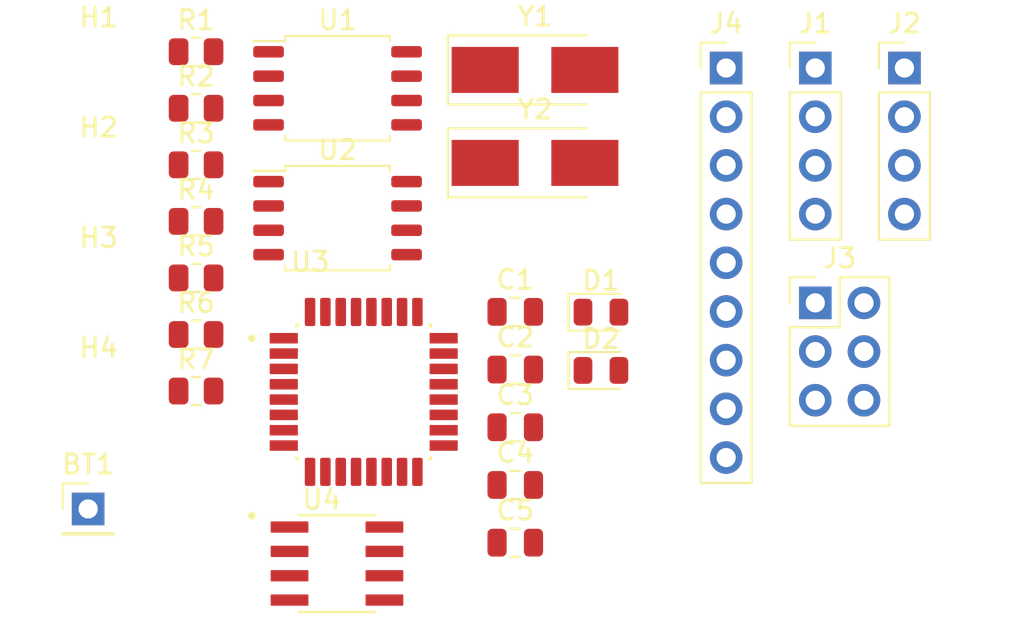
<source format=kicad_pcb>
(kicad_pcb (version 20221018) (generator pcbnew)
  (title_block (title "${project_name}") (rev "1") (comment 1 "2-layer PCB version"))
  (layers (0 "F.Cu" mixed) (31 "B.Cu" mixed) (34 "B.Paste" user) (35 "F.Paste" user) (36 "B.SilkS" user "B.Silkscreen") (37 "F.SilkS" user "F.Silkscreen") (38 "B.Mask" user) (39 "F.Mask" user) (44 "Edge.Cuts" user))
  (property "project_name" "MCU Datalogger with memory and clock")
  (net 0 "")
  (net 1 "Net-(BT1-+)")
  (net 2 "GND")
  (net 3 "VCC")
  (net 4 "Net-(U3-PB6)")
  (net 5 "Net-(U3-PB7)")
  (net 6 "Net-(U3-AREF)")
  (net 7 "Net-(D1-K)")
  (net 8 "/SCK")
  (net 9 "Net-(D2-K)")
  (net 10 "/SDA")
  (net 11 "/TX")
  (net 12 "/RX")
  (net 13 "/MISO")
  (net 14 "/MOSI")
  (net 15 "/RESET")
  (net 16 "/D2")
  (net 17 "/D3")
  (net 18 "/D4")
  (net 19 "/D5")
  (net 20 "/D6")
  (net 21 "/D7")
  (net 22 "/D8")
  (net 23 "Net-(U4-~{INTA})")
  (net 24 "Net-(U4-SQW{slash}~INT)")
  (net 34 "Net-(U4-X1)")
  (net 35 "Net-(U4-X2)")
  (footprint "LED_SMD:LED_0805_2012Metric" (layer "F.Cu") (at 241.804 135.097)
    (fp_text reference "D2" (at 0 -1.65) (layer "F.SilkS"))
    (fp_text value "LED")
    (fp_line (start -1.685 -0.96) (end -1.685 0.96) (stroke (width 0.12)) (layer "F.SilkS"))
    (fp_line (start -1.685 0.96) (end 1 0.96) (stroke (width 0.12)) (layer "F.SilkS"))
    (fp_line (start 1 -0.96) (end -1.685 -0.96) (stroke (width 0.12)) (layer "F.SilkS"))
    (pad "1" smd roundrect (at -0.9375 0) (size 0.975 1.4) (layers "F.Cu" "F.Paste" "F.Mask") (net 9 "Net-(D2-K)"))
    (pad "2" smd roundrect (at 0.9375 0) (size 0.975 1.4) (layers "F.Cu" "F.Paste" "F.Mask") (net 1 "Net-(BT1-+)"))
  )
  (footprint "MountingHole:MountingHole_2.1mm" (layer "F.Cu") (at 215.604 137.122)
    (fp_text reference "H4" (at 0 -3.2) (layer "F.SilkS"))
    (fp_text value "MountingHole")
    (pad "" np_thru_hole circle (at 0 0) (size 2.1 2.1) (drill 2.1) (layers "*.Cu" "*.Mask"))
  )
  (footprint "Connector_PinHeader_2.54mm:PinHeader_1x04_P2.54mm_Vertical" (layer "F.Cu") (at 257.634 119.322)
    (fp_text reference "J2" (at 0 -2.33) (layer "F.SilkS"))
    (fp_text value "Conn_01x04_Pin")
    (fp_line (start -1.33 -1.33) (end 0 -1.33) (stroke (width 0.12)) (layer "F.SilkS"))
    (fp_line (start -1.33 0) (end -1.33 -1.33) (stroke (width 0.12)) (layer "F.SilkS"))
    (fp_line (start -1.33 1.27) (end -1.33 8.95) (stroke (width 0.12)) (layer "F.SilkS"))
    (fp_line (start -1.33 1.27) (end 1.33 1.27) (stroke (width 0.12)) (layer "F.SilkS"))
    (fp_line (start -1.33 8.95) (end 1.33 8.95) (stroke (width 0.12)) (layer "F.SilkS"))
    (fp_line (start 1.33 1.27) (end 1.33 8.95) (stroke (width 0.12)) (layer "F.SilkS"))
    (pad "1" thru_hole rect (at 0 0) (size 1.7 1.7) (drill 1) (layers "*.Cu" "*.Mask") (net 2 "GND"))
    (pad "2" thru_hole oval (at 0 2.54) (size 1.7 1.7) (drill 1) (layers "*.Cu" "*.Mask") (net 3 "VCC"))
    (pad "3" thru_hole oval (at 0 5.08) (size 1.7 1.7) (drill 1) (layers "*.Cu" "*.Mask") (net 11 "/TX"))
    (pad "4" thru_hole oval (at 0 7.62) (size 1.7 1.7) (drill 1) (layers "*.Cu" "*.Mask") (net 12 "/RX"))
  )
  (footprint "Footprints:QFP80P900X900X120-32N" (layer "F.Cu") (at 229.429 136.217)
    (fp_text reference "U3" (at -2.795 -6.79) (layer "F.SilkS"))
    (fp_text value "ATMEGA328P-AU")
    (fp_line (start -3.5 -3.5) (end -3.5 -3.395) (stroke (width 0.127)) (layer "F.SilkS"))
    (fp_line (start -3.5 -3.5) (end -3.395 -3.5) (stroke (width 0.127)) (layer "F.SilkS"))
    (fp_line (start -3.5 3.5) (end -3.5 3.395) (stroke (width 0.127)) (layer "F.SilkS"))
    (fp_line (start -3.5 3.5) (end -3.395 3.5) (stroke (width 0.127)) (layer "F.SilkS"))
    (fp_line (start 3.5 -3.5) (end 3.395 -3.5) (stroke (width 0.127)) (layer "F.SilkS"))
    (fp_line (start 3.5 -3.5) (end 3.5 -3.395) (stroke (width 0.127)) (layer "F.SilkS"))
    (fp_line (start 3.5 3.5) (end 3.395 3.5) (stroke (width 0.127)) (layer "F.SilkS"))
    (fp_line (start 3.5 3.5) (end 3.5 3.395) (stroke (width 0.127)) (layer "F.SilkS"))
    (fp_circle (center -5.84 -2.8) (end -5.74 -2.8) (stroke (width 0.2)) (fill none) (layer "F.SilkS"))
    (pad "1" smd roundrect (at -4.17 -2.8) (size 1.47 0.55) (layers "F.Cu" "F.Paste" "F.Mask") (roundrect_rratio 0.07) (net 17 "/D3"))
    (pad "2" smd roundrect (at -4.17 -2) (size 1.47 0.55) (layers "F.Cu" "F.Paste" "F.Mask") (roundrect_rratio 0.07) (net 18 "/D4"))
    (pad "3" smd roundrect (at -4.17 -1.2) (size 1.47 0.55) (layers "F.Cu" "F.Paste" "F.Mask") (roundrect_rratio 0.07) (net 2 "GND"))
    (pad "4" smd roundrect (at -4.17 -0.4) (size 1.47 0.55) (layers "F.Cu" "F.Paste" "F.Mask") (roundrect_rratio 0.07))
    (pad "5" smd roundrect (at -4.17 0.4) (size 1.47 0.55) (layers "F.Cu" "F.Paste" "F.Mask") (roundrect_rratio 0.07) (net 2 "GND"))
    (pad "6" smd roundrect (at -4.17 1.2) (size 1.47 0.55) (layers "F.Cu" "F.Paste" "F.Mask") (roundrect_rratio 0.07) (net 1 "Net-(BT1-+)"))
    (pad "7" smd roundrect (at -4.17 2) (size 1.47 0.55) (layers "F.Cu" "F.Paste" "F.Mask") (roundrect_rratio 0.07) (net 4 "Net-(U3-PB6)"))
    (pad "8" smd roundrect (at -4.17 2.8) (size 1.47 0.55) (layers "F.Cu" "F.Paste" "F.Mask") (roundrect_rratio 0.07) (net 5 "Net-(U3-PB7)"))
    (pad "9" smd roundrect (at -2.8 4.17) (size 0.55 1.47) (layers "F.Cu" "F.Paste" "F.Mask") (roundrect_rratio 0.18) (net 19 "/D5"))
    (pad "10" smd roundrect (at -2 4.17) (size 0.55 1.47) (layers "F.Cu" "F.Paste" "F.Mask") (roundrect_rratio 0.18) (net 20 "/D6"))
    (pad "11" smd roundrect (at -1.2 4.17) (size 0.55 1.47) (layers "F.Cu" "F.Paste" "F.Mask") (roundrect_rratio 0.18) (net 21 "/D7"))
    (pad "12" smd roundrect (at -0.4 4.17) (size 0.55 1.47) (layers "F.Cu" "F.Paste" "F.Mask") (roundrect_rratio 0.18) (net 22 "/D8"))
    (pad "13" smd roundrect (at 0.4 4.17) (size 0.55 1.47) (layers "F.Cu" "F.Paste" "F.Mask") (roundrect_rratio 0.18))
    (pad "14" smd roundrect (at 1.2 4.17) (size 0.55 1.47) (layers "F.Cu" "F.Paste" "F.Mask") (roundrect_rratio 0.18))
    (pad "15" smd roundrect (at 2 4.17) (size 0.55 1.47) (layers "F.Cu" "F.Paste" "F.Mask") (roundrect_rratio 0.18) (net 14 "/MOSI"))
    (pad "16" smd roundrect (at 2.8 4.17) (size 0.55 1.47) (layers "F.Cu" "F.Paste" "F.Mask") (roundrect_rratio 0.18) (net 13 "/MISO"))
    (pad "17" smd roundrect (at 4.17 2.8) (size 1.47 0.55) (layers "F.Cu" "F.Paste" "F.Mask") (roundrect_rratio 0.07) (net 8 "/SCK"))
    (pad "18" smd roundrect (at 4.17 2) (size 1.47 0.55) (layers "F.Cu" "F.Paste" "F.Mask") (roundrect_rratio 0.07) (net 1 "Net-(BT1-+)"))
    (pad "19" smd roundrect (at 4.17 1.2) (size 1.47 0.55) (layers "F.Cu" "F.Paste" "F.Mask") (roundrect_rratio 0.07))
    (pad "20" smd roundrect (at 4.17 0.4) (size 1.47 0.55) (layers "F.Cu" "F.Paste" "F.Mask") (roundrect_rratio 0.07) (net 6 "Net-(U3-AREF)"))
    (pad "21" smd roundrect (at 4.17 -0.4) (size 1.47 0.55) (layers "F.Cu" "F.Paste" "F.Mask") (roundrect_rratio 0.07) (net 2 "GND"))
    (pad "22" smd roundrect (at 4.17 -1.2) (size 1.47 0.55) (layers "F.Cu" "F.Paste" "F.Mask") (roundrect_rratio 0.07))
    (pad "23" smd roundrect (at 4.17 -2) (size 1.47 0.55) (layers "F.Cu" "F.Paste" "F.Mask") (roundrect_rratio 0.07))
    (pad "24" smd roundrect (at 4.17 -2.8) (size 1.47 0.55) (layers "F.Cu" "F.Paste" "F.Mask") (roundrect_rratio 0.07))
    (pad "25" smd roundrect (at 2.8 -4.17) (size 0.55 1.47) (layers "F.Cu" "F.Paste" "F.Mask") (roundrect_rratio 0.18))
    (pad "26" smd roundrect (at 2 -4.17) (size 0.55 1.47) (layers "F.Cu" "F.Paste" "F.Mask") (roundrect_rratio 0.18))
    (pad "27" smd roundrect (at 1.2 -4.17) (size 0.55 1.47) (layers "F.Cu" "F.Paste" "F.Mask") (roundrect_rratio 0.18) (net 10 "/SDA"))
    (pad "28" smd roundrect (at 0.4 -4.17) (size 0.55 1.47) (layers "F.Cu" "F.Paste" "F.Mask") (roundrect_rratio 0.18) (net 8 "/SCK"))
    (pad "29" smd roundrect (at -0.4 -4.17) (size 0.55 1.47) (layers "F.Cu" "F.Paste" "F.Mask") (roundrect_rratio 0.18) (net 15 "/RESET"))
    (pad "30" smd roundrect (at -1.2 -4.17) (size 0.55 1.47) (layers "F.Cu" "F.Paste" "F.Mask") (roundrect_rratio 0.18) (net 12 "/RX"))
    (pad "31" smd roundrect (at -2 -4.17) (size 0.55 1.47) (layers "F.Cu" "F.Paste" "F.Mask") (roundrect_rratio 0.18) (net 11 "/TX"))
    (pad "32" smd roundrect (at -2.8 -4.17) (size 0.55 1.47) (layers "F.Cu" "F.Paste" "F.Mask") (roundrect_rratio 0.18) (net 16 "/D2"))
  )
  (footprint "Connector_PinHeader_2.54mm:PinHeader_1x09_P2.54mm_Vertical" (layer "F.Cu") (at 248.334 119.322)
    (fp_text reference "J4" (at 0 -2.33) (layer "F.SilkS"))
    (fp_text value "Conn_01x09_Pin")
    (fp_line (start -1.33 -1.33) (end 0 -1.33) (stroke (width 0.12)) (layer "F.SilkS"))
    (fp_line (start -1.33 0) (end -1.33 -1.33) (stroke (width 0.12)) (layer "F.SilkS"))
    (fp_line (start -1.33 1.27) (end -1.33 21.65) (stroke (width 0.12)) (layer "F.SilkS"))
    (fp_line (start -1.33 1.27) (end 1.33 1.27) (stroke (width 0.12)) (layer "F.SilkS"))
    (fp_line (start -1.33 21.65) (end 1.33 21.65) (stroke (width 0.12)) (layer "F.SilkS"))
    (fp_line (start 1.33 1.27) (end 1.33 21.65) (stroke (width 0.12)) (layer "F.SilkS"))
    (pad "1" thru_hole rect (at 0 0) (size 1.7 1.7) (drill 1) (layers "*.Cu" "*.Mask") (net 16 "/D2"))
    (pad "2" thru_hole oval (at 0 2.54) (size 1.7 1.7) (drill 1) (layers "*.Cu" "*.Mask") (net 17 "/D3"))
    (pad "3" thru_hole oval (at 0 5.08) (size 1.7 1.7) (drill 1) (layers "*.Cu" "*.Mask") (net 18 "/D4"))
    (pad "4" thru_hole oval (at 0 7.62) (size 1.7 1.7) (drill 1) (layers "*.Cu" "*.Mask") (net 19 "/D5"))
    (pad "5" thru_hole oval (at 0 10.16) (size 1.7 1.7) (drill 1) (layers "*.Cu" "*.Mask") (net 20 "/D6"))
    (pad "6" thru_hole oval (at 0 12.7) (size 1.7 1.7) (drill 1) (layers "*.Cu" "*.Mask") (net 21 "/D7"))
    (pad "7" thru_hole oval (at 0 15.24) (size 1.7 1.7) (drill 1) (layers "*.Cu" "*.Mask") (net 22 "/D8"))
    (pad "8" thru_hole oval (at 0 17.78) (size 1.7 1.7) (drill 1) (layers "*.Cu" "*.Mask") (net 2 "GND"))
    (pad "9" thru_hole oval (at 0 20.32) (size 1.7 1.7) (drill 1) (layers "*.Cu" "*.Mask") (net 3 "VCC"))
  )
  (footprint "Connector_PinHeader_2.54mm:PinHeader_1x04_P2.54mm_Vertical" (layer "F.Cu") (at 252.984 119.322)
    (fp_text reference "J1" (at 0 -2.33) (layer "F.SilkS"))
    (fp_text value "Conn_01x04_Pin")
    (fp_line (start -1.33 -1.33) (end 0 -1.33) (stroke (width 0.12)) (layer "F.SilkS"))
    (fp_line (start -1.33 0) (end -1.33 -1.33) (stroke (width 0.12)) (layer "F.SilkS"))
    (fp_line (start -1.33 1.27) (end -1.33 8.95) (stroke (width 0.12)) (layer "F.SilkS"))
    (fp_line (start -1.33 1.27) (end 1.33 1.27) (stroke (width 0.12)) (layer "F.SilkS"))
    (fp_line (start -1.33 8.95) (end 1.33 8.95) (stroke (width 0.12)) (layer "F.SilkS"))
    (fp_line (start 1.33 1.27) (end 1.33 8.95) (stroke (width 0.12)) (layer "F.SilkS"))
    (pad "1" thru_hole rect (at 0 0) (size 1.7 1.7) (drill 1) (layers "*.Cu" "*.Mask") (net 2 "GND"))
    (pad "2" thru_hole oval (at 0 2.54) (size 1.7 1.7) (drill 1) (layers "*.Cu" "*.Mask") (net 3 "VCC"))
    (pad "3" thru_hole oval (at 0 5.08) (size 1.7 1.7) (drill 1) (layers "*.Cu" "*.Mask") (net 10 "/SDA"))
    (pad "4" thru_hole oval (at 0 7.62) (size 1.7 1.7) (drill 1) (layers "*.Cu" "*.Mask") (net 8 "/SCK"))
  )
  (footprint "MountingHole:MountingHole_2.1mm" (layer "F.Cu") (at 215.604 125.622)
    (fp_text reference "H2" (at 0 -3.2) (layer "F.SilkS"))
    (fp_text value "MountingHole")
    (pad "" np_thru_hole circle (at 0 0) (size 2.1 2.1) (drill 2.1) (layers "*.Cu" "*.Mask"))
  )
  (footprint "Connector_PinHeader_2.54mm:PinHeader_2x03_P2.54mm_Vertical" (layer "F.Cu") (at 252.984 131.572)
    (fp_text reference "J3" (at 1.27 -2.33) (layer "F.SilkS"))
    (fp_text value "Conn_02x03_Odd_Even")
    (fp_line (start -1.33 -1.33) (end 0 -1.33) (stroke (width 0.12)) (layer "F.SilkS"))
    (fp_line (start -1.33 0) (end -1.33 -1.33) (stroke (width 0.12)) (layer "F.SilkS"))
    (fp_line (start -1.33 1.27) (end -1.33 6.41) (stroke (width 0.12)) (layer "F.SilkS"))
    (fp_line (start -1.33 1.27) (end 1.27 1.27) (stroke (width 0.12)) (layer "F.SilkS"))
    (fp_line (start -1.33 6.41) (end 3.87 6.41) (stroke (width 0.12)) (layer "F.SilkS"))
    (fp_line (start 1.27 -1.33) (end 3.87 -1.33) (stroke (width 0.12)) (layer "F.SilkS"))
    (fp_line (start 1.27 1.27) (end 1.27 -1.33) (stroke (width 0.12)) (layer "F.SilkS"))
    (fp_line (start 3.87 -1.33) (end 3.87 6.41) (stroke (width 0.12)) (layer "F.SilkS"))
    (pad "1" thru_hole rect (at 0 0) (size 1.7 1.7) (drill 1) (layers "*.Cu" "*.Mask") (net 13 "/MISO"))
    (pad "2" thru_hole oval (at 2.54 0) (size 1.7 1.7) (drill 1) (layers "*.Cu" "*.Mask") (net 3 "VCC"))
    (pad "3" thru_hole oval (at 0 2.54) (size 1.7 1.7) (drill 1) (layers "*.Cu" "*.Mask") (net 8 "/SCK"))
    (pad "4" thru_hole oval (at 2.54 2.54) (size 1.7 1.7) (drill 1) (layers "*.Cu" "*.Mask") (net 14 "/MOSI"))
    (pad "5" thru_hole oval (at 0 5.08) (size 1.7 1.7) (drill 1) (layers "*.Cu" "*.Mask") (net 15 "/RESET"))
    (pad "6" thru_hole oval (at 2.54 5.08) (size 1.7 1.7) (drill 1) (layers "*.Cu" "*.Mask") (net 2 "GND"))
  )
  (footprint "LED_SMD:LED_0805_2012Metric" (layer "F.Cu") (at 241.804 132.057)
    (fp_text reference "D1" (at 0 -1.65) (layer "F.SilkS"))
    (fp_text value "LED")
    (fp_line (start -1.685 -0.96) (end -1.685 0.96) (stroke (width 0.12)) (layer "F.SilkS"))
    (fp_line (start -1.685 0.96) (end 1 0.96) (stroke (width 0.12)) (layer "F.SilkS"))
    (fp_line (start 1 -0.96) (end -1.685 -0.96) (stroke (width 0.12)) (layer "F.SilkS"))
    (pad "1" smd roundrect (at -0.9375 0) (size 0.975 1.4) (layers "F.Cu" "F.Paste" "F.Mask") (net 7 "Net-(D1-K)"))
    (pad "2" smd roundrect (at 0.9375 0) (size 0.975 1.4) (layers "F.Cu" "F.Paste" "F.Mask") (net 8 "/SCK"))
  )
  (footprint "Connector_PinHeader_2.54mm:PinHeader_1x01_P2.54mm_Vertical" (layer "F.Cu") (at 215.054 142.322)
    (fp_text reference "BT1" (at 0 -2.33) (layer "F.SilkS"))
    (fp_text value "Battery")
    (fp_line (start -1.33 -1.33) (end 0 -1.33) (stroke (width 0.12)) (layer "F.SilkS"))
    (fp_line (start -1.33 0) (end -1.33 -1.33) (stroke (width 0.12)) (layer "F.SilkS"))
    (fp_line (start -1.33 1.27) (end -1.33 1.33) (stroke (width 0.12)) (layer "F.SilkS"))
    (fp_line (start -1.33 1.27) (end 1.33 1.27) (stroke (width 0.12)) (layer "F.SilkS"))
    (fp_line (start -1.33 1.33) (end 1.33 1.33) (stroke (width 0.12)) (layer "F.SilkS"))
    (fp_line (start 1.33 1.27) (end 1.33 1.33) (stroke (width 0.12)) (layer "F.SilkS"))
    (pad "1" thru_hole rect (at 0 0) (size 1.7 1.7) (drill 1) (layers "*.Cu" "*.Mask") (net 1 "Net-(BT1-+)"))
  )
  (footprint "Resistor_SMD:R_0805_2012Metric" (layer "F.Cu") (at 220.684 118.472)
    (fp_text reference "R1" (at 0 -1.65) (layer "F.SilkS"))
    (fp_text value "10K")
    (fp_line (start -0.227064 -0.735) (end 0.227064 -0.735) (stroke (width 0.12)) (layer "F.SilkS"))
    (fp_line (start -0.227064 0.735) (end 0.227064 0.735) (stroke (width 0.12)) (layer "F.SilkS"))
    (pad "1" smd roundrect (at -0.9125 0) (size 1.025 1.4) (layers "F.Cu" "F.Paste" "F.Mask") (roundrect_rratio 0.243902) (net 3 "VCC"))
    (pad "2" smd roundrect (at 0.9125 0) (size 1.025 1.4) (layers "F.Cu" "F.Paste" "F.Mask") (roundrect_rratio 0.243902) (net 23 "Net-(U4-~{INTA})"))
  )
  (footprint "Resistor_SMD:R_0805_2012Metric" (layer "F.Cu") (at 220.684 136.172)
    (fp_text reference "R7" (at 0 -1.65) (layer "F.SilkS"))
    (fp_text value "330")
    (fp_line (start -0.227064 -0.735) (end 0.227064 -0.735) (stroke (width 0.12)) (layer "F.SilkS"))
    (fp_line (start -0.227064 0.735) (end 0.227064 0.735) (stroke (width 0.12)) (layer "F.SilkS"))
    (pad "1" smd roundrect (at -0.9125 0) (size 1.025 1.4) (layers "F.Cu" "F.Paste" "F.Mask") (roundrect_rratio 0.243902) (net 2 "GND"))
    (pad "2" smd roundrect (at 0.9125 0) (size 1.025 1.4) (layers "F.Cu" "F.Paste" "F.Mask") (roundrect_rratio 0.243902) (net 9 "Net-(D2-K)"))
  )
  (footprint "Crystal:Crystal_SMD_5032-2Pin_5.0x3.2mm_HandSoldering" (layer "F.Cu") (at 238.364 119.422)
    (fp_text reference "Y1" (at 0 -2.8) (layer "F.SilkS"))
    (fp_text value "32.768 KHz")
    (fp_line (start -4.55 -1.8) (end -4.55 1.8) (stroke (width 0.12)) (layer "F.SilkS"))
    (fp_line (start -4.55 1.8) (end 2.7 1.8) (stroke (width 0.12)) (layer "F.SilkS"))
    (fp_line (start 2.7 -1.8) (end -4.55 -1.8) (stroke (width 0.12)) (layer "F.SilkS"))
    (pad "1" smd rect (at -2.6 0) (size 3.5 2.4) (layers "F.Cu" "F.Paste" "F.Mask") (net 35 "Net-(U4-X2)"))
    (pad "2" smd rect (at 2.6 0) (size 3.5 2.4) (layers "F.Cu" "F.Paste" "F.Mask") (net 34 "Net-(U4-X1)"))
  )
  (footprint "Footprints:SOIC127P600X175-8N" (layer "F.Cu") (at 228.034 145.172)
    (fp_text reference "U4" (at -0.795 -3.332) (layer "F.SilkS"))
    (fp_text value "DS1337S_")
    (fp_line (start -2 -2.52) (end 2 -2.52) (stroke (width 0.127)) (layer "F.SilkS"))
    (fp_line (start -2 2.52) (end 2 2.52) (stroke (width 0.127)) (layer "F.SilkS"))
    (fp_circle (center -4.445 -2.495) (end -4.345 -2.495) (stroke (width 0.2)) (fill none) (layer "F.SilkS"))
    (pad "1" smd roundrect (at -2.475 -1.905) (size 1.97 0.59) (layers "F.Cu" "F.Paste" "F.Mask") (roundrect_rratio 0.07) (net 34 "Net-(U4-X1)"))
    (pad "2" smd roundrect (at -2.475 -0.635) (size 1.97 0.59) (layers "F.Cu" "F.Paste" "F.Mask") (roundrect_rratio 0.07) (net 35 "Net-(U4-X2)"))
    (pad "3" smd roundrect (at -2.475 0.635) (size 1.97 0.59) (layers "F.Cu" "F.Paste" "F.Mask") (roundrect_rratio 0.07) (net 23 "Net-(U4-~{INTA})"))
    (pad "4" smd roundrect (at -2.475 1.905) (size 1.97 0.59) (layers "F.Cu" "F.Paste" "F.Mask") (roundrect_rratio 0.07) (net 2 "GND"))
    (pad "5" smd roundrect (at 2.475 1.905) (size 1.97 0.59) (layers "F.Cu" "F.Paste" "F.Mask") (roundrect_rratio 0.07) (net 10 "/SDA"))
    (pad "6" smd roundrect (at 2.475 0.635) (size 1.97 0.59) (layers "F.Cu" "F.Paste" "F.Mask") (roundrect_rratio 0.07) (net 8 "/SCK"))
    (pad "7" smd roundrect (at 2.475 -0.635) (size 1.97 0.59) (layers "F.Cu" "F.Paste" "F.Mask") (roundrect_rratio 0.07) (net 24 "Net-(U4-SQW{slash}~INT)"))
    (pad "8" smd roundrect (at 2.475 -1.905) (size 1.97 0.59) (layers "F.Cu" "F.Paste" "F.Mask") (roundrect_rratio 0.07) (net 3 "VCC"))
  )
  (footprint "MountingHole:MountingHole_2.1mm" (layer "F.Cu") (at 215.604 131.372)
    (fp_text reference "H3" (at 0 -3.2) (layer "F.SilkS"))
    (fp_text value "MountingHole")
    (pad "" np_thru_hole circle (at 0 0) (size 2.1 2.1) (drill 2.1) (layers "*.Cu" "*.Mask"))
  )
  (footprint "Package_SO:SOIC-8_5.23x5.23mm_P1.27mm" (layer "F.Cu") (at 228.064 127.152)
    (fp_text reference "U2" (at 0 -3.56) (layer "F.SilkS"))
    (fp_text value "24LC1025")
    (fp_line (start -2.725 -2.725) (end -2.725 -2.465) (stroke (width 0.12)) (layer "F.SilkS"))
    (fp_line (start -2.725 -2.465) (end -4.4 -2.465) (stroke (width 0.12)) (layer "F.SilkS"))
    (fp_line (start -2.725 2.725) (end -2.725 2.465) (stroke (width 0.12)) (layer "F.SilkS"))
    (fp_line (start 0 -2.725) (end -2.725 -2.725) (stroke (width 0.12)) (layer "F.SilkS"))
    (fp_line (start 0 -2.725) (end 2.725 -2.725) (stroke (width 0.12)) (layer "F.SilkS"))
    (fp_line (start 0 2.725) (end -2.725 2.725) (stroke (width 0.12)) (layer "F.SilkS"))
    (fp_line (start 0 2.725) (end 2.725 2.725) (stroke (width 0.12)) (layer "F.SilkS"))
    (fp_line (start 2.725 -2.725) (end 2.725 -2.465) (stroke (width 0.12)) (layer "F.SilkS"))
    (fp_line (start 2.725 2.725) (end 2.725 2.465) (stroke (width 0.12)) (layer "F.SilkS"))
    (pad "1" smd roundrect (at -3.6 -1.905) (size 1.6 0.6) (layers "F.Cu" "F.Paste" "F.Mask") (net 3 "VCC"))
    (pad "2" smd roundrect (at -3.6 -0.635) (size 1.6 0.6) (layers "F.Cu" "F.Paste" "F.Mask") (net 2 "GND"))
    (pad "3" smd roundrect (at -3.6 0.635) (size 1.6 0.6) (layers "F.Cu" "F.Paste" "F.Mask") (net 3 "VCC"))
    (pad "4" smd roundrect (at -3.6 1.905) (size 1.6 0.6) (layers "F.Cu" "F.Paste" "F.Mask") (net 2 "GND"))
    (pad "5" smd roundrect (at 3.6 1.905) (size 1.6 0.6) (layers "F.Cu" "F.Paste" "F.Mask") (net 10 "/SDA"))
    (pad "6" smd roundrect (at 3.6 0.635) (size 1.6 0.6) (layers "F.Cu" "F.Paste" "F.Mask") (net 8 "/SCK"))
    (pad "7" smd roundrect (at 3.6 -0.635) (size 1.6 0.6) (layers "F.Cu" "F.Paste" "F.Mask") (net 2 "GND"))
    (pad "8" smd roundrect (at 3.6 -1.905) (size 1.6 0.6) (layers "F.Cu" "F.Paste" "F.Mask") (net 3 "VCC"))
  )
  (footprint "Capacitor_SMD:C_0805_2012Metric" (layer "F.Cu") (at 237.334 144.082)
    (fp_text reference "C5" (at 0 -1.68) (layer "F.SilkS"))
    (fp_text value "100nF")
    (fp_line (start -0.261252 -0.735) (end 0.261252 -0.735) (stroke (width 0.12)) (layer "F.SilkS"))
    (fp_line (start -0.261252 0.735) (end 0.261252 0.735) (stroke (width 0.12)) (layer "F.SilkS"))
    (pad "1" smd roundrect (at -0.95 0) (size 1 1.45) (layers "F.Cu" "F.Paste" "F.Mask") (net 1 "Net-(BT1-+)"))
    (pad "2" smd roundrect (at 0.95 0) (size 1 1.45) (layers "F.Cu" "F.Paste" "F.Mask") (net 2 "GND"))
  )
  (footprint "Capacitor_SMD:C_0805_2012Metric" (layer "F.Cu") (at 237.334 138.062)
    (fp_text reference "C3" (at 0 -1.68) (layer "F.SilkS"))
    (fp_text value "22pF")
    (fp_line (start -0.261252 -0.735) (end 0.261252 -0.735) (stroke (width 0.12)) (layer "F.SilkS"))
    (fp_line (start -0.261252 0.735) (end 0.261252 0.735) (stroke (width 0.12)) (layer "F.SilkS"))
    (pad "1" smd roundrect (at -0.95 0) (size 1 1.45) (layers "F.Cu" "F.Paste" "F.Mask") (net 2 "GND"))
    (pad "2" smd roundrect (at 0.95 0) (size 1 1.45) (layers "F.Cu" "F.Paste" "F.Mask") (net 5 "Net-(U3-PB7)"))
  )
  (footprint "Capacitor_SMD:C_0805_2012Metric" (layer "F.Cu") (at 237.334 132.042)
    (fp_text reference "C1" (at 0 -1.68) (layer "F.SilkS"))
    (fp_text value "0.1uF")
    (fp_line (start -0.261252 -0.735) (end 0.261252 -0.735) (stroke (width 0.12)) (layer "F.SilkS"))
    (fp_line (start -0.261252 0.735) (end 0.261252 0.735) (stroke (width 0.12)) (layer "F.SilkS"))
    (pad "1" smd roundrect (at -0.95 0) (size 1 1.45) (layers "F.Cu" "F.Paste" "F.Mask") (net 2 "GND"))
    (pad "2" smd roundrect (at 0.95 0) (size 1 1.45) (layers "F.Cu" "F.Paste" "F.Mask") (net 3 "VCC"))
  )
  (footprint "Resistor_SMD:R_0805_2012Metric" (layer "F.Cu") (at 220.684 121.422)
    (fp_text reference "R2" (at 0 -1.65) (layer "F.SilkS"))
    (fp_text value "10K")
    (fp_line (start -0.227064 -0.735) (end 0.227064 -0.735) (stroke (width 0.12)) (layer "F.SilkS"))
    (fp_line (start -0.227064 0.735) (end 0.227064 0.735) (stroke (width 0.12)) (layer "F.SilkS"))
    (pad "1" smd roundrect (at -0.9125 0) (size 1.025 1.4) (layers "F.Cu" "F.Paste" "F.Mask") (roundrect_rratio 0.243902) (net 24 "Net-(U4-SQW{slash}~INT)"))
    (pad "2" smd roundrect (at 0.9125 0) (size 1.025 1.4) (layers "F.Cu" "F.Paste" "F.Mask") (roundrect_rratio 0.243902) (net 3 "VCC"))
  )
  (footprint "Resistor_SMD:R_0805_2012Metric" (layer "F.Cu") (at 220.684 130.272)
    (fp_text reference "R5" (at 0 -1.65) (layer "F.SilkS"))
    (fp_text value "330")
    (fp_line (start -0.227064 -0.735) (end 0.227064 -0.735) (stroke (width 0.12)) (layer "F.SilkS"))
    (fp_line (start -0.227064 0.735) (end 0.227064 0.735) (stroke (width 0.12)) (layer "F.SilkS"))
    (pad "1" smd roundrect (at -0.9125 0) (size 1.025 1.4) (layers "F.Cu" "F.Paste" "F.Mask") (roundrect_rratio 0.243902) (net 2 "GND"))
    (pad "2" smd roundrect (at 0.9125 0) (size 1.025 1.4) (layers "F.Cu" "F.Paste" "F.Mask") (roundrect_rratio 0.243902) (net 7 "Net-(D1-K)"))
  )
  (footprint "Resistor_SMD:R_0805_2012Metric" (layer "F.Cu") (at 220.684 124.372)
    (fp_text reference "R3" (at 0 -1.65) (layer "F.SilkS"))
    (fp_text value "4.7K")
    (fp_line (start -0.227064 -0.735) (end 0.227064 -0.735) (stroke (width 0.12)) (layer "F.SilkS"))
    (fp_line (start -0.227064 0.735) (end 0.227064 0.735) (stroke (width 0.12)) (layer "F.SilkS"))
    (pad "1" smd roundrect (at -0.9125 0) (size 1.025 1.4) (layers "F.Cu" "F.Paste" "F.Mask") (roundrect_rratio 0.243902) (net 3 "VCC"))
    (pad "2" smd roundrect (at 0.9125 0) (size 1.025 1.4) (layers "F.Cu" "F.Paste" "F.Mask") (roundrect_rratio 0.243902) (net 8 "/SCK"))
  )
  (footprint "MountingHole:MountingHole_2.1mm" (layer "F.Cu") (at 215.604 119.872)
    (fp_text reference "H1" (at 0 -3.2) (layer "F.SilkS"))
    (fp_text value "MountingHole")
    (pad "" np_thru_hole circle (at 0 0) (size 2.1 2.1) (drill 2.1) (layers "*.Cu" "*.Mask"))
  )
  (footprint "Resistor_SMD:R_0805_2012Metric" (layer "F.Cu") (at 220.684 127.322)
    (fp_text reference "R4" (at 0 -1.65) (layer "F.SilkS"))
    (fp_text value "4.7K")
    (fp_line (start -0.227064 -0.735) (end 0.227064 -0.735) (stroke (width 0.12)) (layer "F.SilkS"))
    (fp_line (start -0.227064 0.735) (end 0.227064 0.735) (stroke (width 0.12)) (layer "F.SilkS"))
    (pad "1" smd roundrect (at -0.9125 0) (size 1.025 1.4) (layers "F.Cu" "F.Paste" "F.Mask") (roundrect_rratio 0.243902) (net 10 "/SDA"))
    (pad "2" smd roundrect (at 0.9125 0) (size 1.025 1.4) (layers "F.Cu" "F.Paste" "F.Mask") (roundrect_rratio 0.243902) (net 3 "VCC"))
  )
  (footprint "Capacitor_SMD:C_0805_2012Metric" (layer "F.Cu") (at 237.334 141.072)
    (fp_text reference "C4" (at 0 -1.68) (layer "F.SilkS"))
    (fp_text value "0.1uF")
    (fp_line (start -0.261252 -0.735) (end 0.261252 -0.735) (stroke (width 0.12)) (layer "F.SilkS"))
    (fp_line (start -0.261252 0.735) (end 0.261252 0.735) (stroke (width 0.12)) (layer "F.SilkS"))
    (pad "1" smd roundrect (at -0.95 0) (size 1 1.45) (layers "F.Cu" "F.Paste" "F.Mask") (net 6 "Net-(U3-AREF)"))
    (pad "2" smd roundrect (at 0.95 0) (size 1 1.45) (layers "F.Cu" "F.Paste" "F.Mask") (net 2 "GND"))
  )
  (footprint "Crystal:Crystal_SMD_5032-2Pin_5.0x3.2mm_HandSoldering" (layer "F.Cu") (at 238.364 124.272)
    (fp_text reference "Y2" (at 0 -2.8) (layer "F.SilkS"))
    (fp_text value "16 MHz")
    (fp_line (start -4.55 -1.8) (end -4.55 1.8) (stroke (width 0.12)) (layer "F.SilkS"))
    (fp_line (start -4.55 1.8) (end 2.7 1.8) (stroke (width 0.12)) (layer "F.SilkS"))
    (fp_line (start 2.7 -1.8) (end -4.55 -1.8) (stroke (width 0.12)) (layer "F.SilkS"))
    (pad "1" smd rect (at -2.6 0) (size 3.5 2.4) (layers "F.Cu" "F.Paste" "F.Mask") (net 5 "Net-(U3-PB7)"))
    (pad "2" smd rect (at 2.6 0) (size 3.5 2.4) (layers "F.Cu" "F.Paste" "F.Mask") (net 4 "Net-(U3-PB6)"))
  )
  (footprint "Capacitor_SMD:C_0805_2012Metric" (layer "F.Cu") (at 237.334 135.052)
    (fp_text reference "C2" (at 0 -1.68) (layer "F.SilkS"))
    (fp_text value "22pF")
    (fp_line (start -0.261252 -0.735) (end 0.261252 -0.735) (stroke (width 0.12)) (layer "F.SilkS"))
    (fp_line (start -0.261252 0.735) (end 0.261252 0.735) (stroke (width 0.12)) (layer "F.SilkS"))
    (pad "1" smd roundrect (at -0.95 0) (size 1 1.45) (layers "F.Cu" "F.Paste" "F.Mask") (net 2 "GND"))
    (pad "2" smd roundrect (at 0.95 0) (size 1 1.45) (layers "F.Cu" "F.Paste" "F.Mask") (net 4 "Net-(U3-PB6)"))
  )
  (footprint "Package_SO:SOIC-8_5.23x5.23mm_P1.27mm" (layer "F.Cu") (at 228.064 120.382)
    (fp_text reference "U1" (at 0 -3.56) (layer "F.SilkS"))
    (fp_text value "24LC1025")
    (fp_line (start -2.725 -2.725) (end -2.725 -2.465) (stroke (width 0.12)) (layer "F.SilkS"))
    (fp_line (start -2.725 -2.465) (end -4.4 -2.465) (stroke (width 0.12)) (layer "F.SilkS"))
    (fp_line (start -2.725 2.725) (end -2.725 2.465) (stroke (width 0.12)) (layer "F.SilkS"))
    (fp_line (start 0 -2.725) (end -2.725 -2.725) (stroke (width 0.12)) (layer "F.SilkS"))
    (fp_line (start 0 -2.725) (end 2.725 -2.725) (stroke (width 0.12)) (layer "F.SilkS"))
    (fp_line (start 0 2.725) (end -2.725 2.725) (stroke (width 0.12)) (layer "F.SilkS"))
    (fp_line (start 0 2.725) (end 2.725 2.725) (stroke (width 0.12)) (layer "F.SilkS"))
    (fp_line (start 2.725 -2.725) (end 2.725 -2.465) (stroke (width 0.12)) (layer "F.SilkS"))
    (fp_line (start 2.725 2.725) (end 2.725 2.465) (stroke (width 0.12)) (layer "F.SilkS"))
    (pad "1" smd roundrect (at -3.6 -1.905) (size 1.6 0.6) (layers "F.Cu" "F.Paste" "F.Mask") (net 3 "VCC"))
    (pad "2" smd roundrect (at -3.6 -0.635) (size 1.6 0.6) (layers "F.Cu" "F.Paste" "F.Mask") (net 3 "VCC"))
    (pad "3" smd roundrect (at -3.6 0.635) (size 1.6 0.6) (layers "F.Cu" "F.Paste" "F.Mask") (net 3 "VCC"))
    (pad "4" smd roundrect (at -3.6 1.905) (size 1.6 0.6) (layers "F.Cu" "F.Paste" "F.Mask") (net 2 "GND"))
    (pad "5" smd roundrect (at 3.6 1.905) (size 1.6 0.6) (layers "F.Cu" "F.Paste" "F.Mask") (net 10 "/SDA"))
    (pad "6" smd roundrect (at 3.6 0.635) (size 1.6 0.6) (layers "F.Cu" "F.Paste" "F.Mask") (net 8 "/SCK"))
    (pad "7" smd roundrect (at 3.6 -0.635) (size 1.6 0.6) (layers "F.Cu" "F.Paste" "F.Mask") (net 2 "GND"))
    (pad "8" smd roundrect (at 3.6 -1.905) (size 1.6 0.6) (layers "F.Cu" "F.Paste" "F.Mask") (net 3 "VCC"))
  )
  (footprint "Resistor_SMD:R_0805_2012Metric" (layer "F.Cu") (at 220.684 133.222)
    (fp_text reference "R6" (at 0 -1.65) (layer "F.SilkS"))
    (fp_text value "10K")
    (fp_line (start -0.227064 -0.735) (end 0.227064 -0.735) (stroke (width 0.12)) (layer "F.SilkS"))
    (fp_line (start -0.227064 0.735) (end 0.227064 0.735) (stroke (width 0.12)) (layer "F.SilkS"))
    (pad "1" smd roundrect (at -0.9125 0) (size 1.025 1.4) (layers "F.Cu" "F.Paste" "F.Mask") (roundrect_rratio 0.243902) (net 3 "VCC"))
    (pad "2" smd roundrect (at 0.9125 0) (size 1.025 1.4) (layers "F.Cu" "F.Paste" "F.Mask") (roundrect_rratio 0.243902) (net 15 "/RESET"))
  )
)
</source>
